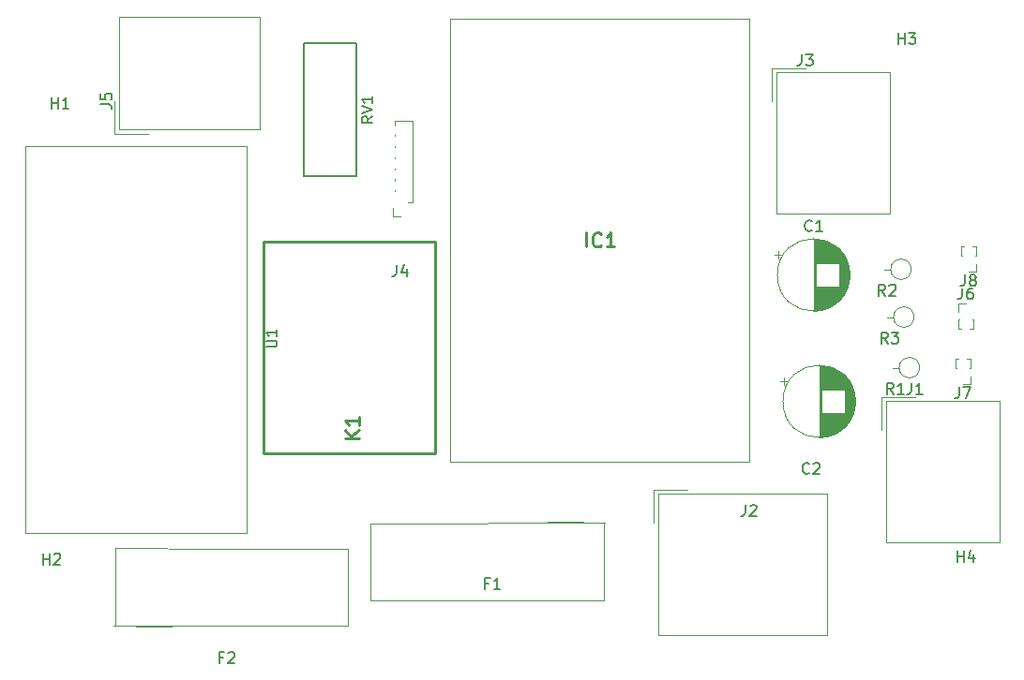
<source format=gbr>
%TF.GenerationSoftware,KiCad,Pcbnew,5.1.7-a382d34a8~88~ubuntu20.04.1*%
%TF.CreationDate,2020-12-27T18:37:31+01:00*%
%TF.ProjectId,PhotoPlug,50686f74-6f50-46c7-9567-2e6b69636164,rev?*%
%TF.SameCoordinates,Original*%
%TF.FileFunction,Legend,Top*%
%TF.FilePolarity,Positive*%
%FSLAX46Y46*%
G04 Gerber Fmt 4.6, Leading zero omitted, Abs format (unit mm)*
G04 Created by KiCad (PCBNEW 5.1.7-a382d34a8~88~ubuntu20.04.1) date 2020-12-27 18:37:31*
%MOMM*%
%LPD*%
G01*
G04 APERTURE LIST*
%ADD10C,0.120000*%
%ADD11C,0.150000*%
%ADD12C,0.254000*%
%ADD13C,0.100000*%
G04 APERTURE END LIST*
D10*
%TO.C,U1*%
X136238000Y-144500000D02*
X116238000Y-144500000D01*
X136238000Y-109500000D02*
X136238000Y-144500000D01*
X116238000Y-109500000D02*
X136238000Y-109500000D01*
X116238000Y-144500000D02*
X116238000Y-109500000D01*
%TO.C,J3*%
X184070000Y-102846000D02*
X184070000Y-115586000D01*
X184070000Y-115586000D02*
X194310000Y-115586000D01*
X194310000Y-102846000D02*
X194310000Y-115586000D01*
X184070000Y-102846000D02*
X194310000Y-102846000D01*
X184070000Y-102846000D02*
X184070000Y-115586000D01*
X184070000Y-115586000D02*
X194310000Y-115586000D01*
X194310000Y-102846000D02*
X194310000Y-115586000D01*
X184070000Y-102846000D02*
X194310000Y-102846000D01*
X183690000Y-102466000D02*
X186690000Y-102466000D01*
X183690000Y-105466000D02*
X183690000Y-102466000D01*
%TO.C,J4*%
X150114000Y-115872000D02*
X149429000Y-115872000D01*
X149429000Y-115872000D02*
X149429000Y-115062000D01*
X149594000Y-107616102D02*
X149594000Y-107252000D01*
X149594000Y-108616102D02*
X149594000Y-108507898D01*
X149594000Y-109616102D02*
X149594000Y-109507898D01*
X149594000Y-110616102D02*
X149594000Y-110507898D01*
X149594000Y-111616102D02*
X149594000Y-111507898D01*
X149594000Y-112616102D02*
X149594000Y-112507898D01*
X149594000Y-113616102D02*
X149594000Y-113507898D01*
X151214000Y-107252000D02*
X149594000Y-107252000D01*
X151214000Y-114562000D02*
X151214000Y-107252000D01*
X151214000Y-114562000D02*
X150799000Y-114562000D01*
D11*
%TO.C,RV1*%
X141373000Y-112232000D02*
X146173000Y-112232000D01*
X141373000Y-100232000D02*
X146173000Y-100232000D01*
X141373000Y-112232000D02*
X141373000Y-100232000D01*
X146173000Y-112232000D02*
X146173000Y-100232000D01*
D10*
%TO.C,R3*%
X194660000Y-124968000D02*
X194040000Y-124968000D01*
X196500000Y-124968000D02*
G75*
G03*
X196500000Y-124968000I-920000J0D01*
G01*
%TO.C,R2*%
X194406000Y-120650000D02*
X193786000Y-120650000D01*
X196246000Y-120650000D02*
G75*
G03*
X196246000Y-120650000I-920000J0D01*
G01*
%TO.C,R1*%
X195168000Y-129540000D02*
X194548000Y-129540000D01*
X197008000Y-129540000D02*
G75*
G03*
X197008000Y-129540000I-920000J0D01*
G01*
D12*
%TO.C,K1*%
X153292000Y-137290000D02*
X137792000Y-137290000D01*
X153292000Y-118190000D02*
X153292000Y-137290000D01*
X137792000Y-118190000D02*
X153292000Y-118190000D01*
X137792000Y-137290000D02*
X137792000Y-118190000D01*
D10*
%TO.C,J8*%
X202117000Y-120827000D02*
X201422000Y-120827000D01*
X202117000Y-120142000D02*
X202117000Y-120827000D01*
X200813724Y-119457000D02*
X200727000Y-119457000D01*
X202117000Y-119457000D02*
X202030276Y-119457000D01*
X200727000Y-119457000D02*
X200727000Y-118582000D01*
X202117000Y-119457000D02*
X202117000Y-118582000D01*
X201027507Y-118582000D02*
X200727000Y-118582000D01*
X202117000Y-118582000D02*
X201816493Y-118582000D01*
%TO.C,J7*%
X201609000Y-130987000D02*
X200914000Y-130987000D01*
X201609000Y-130302000D02*
X201609000Y-130987000D01*
X200305724Y-129617000D02*
X200219000Y-129617000D01*
X201609000Y-129617000D02*
X201522276Y-129617000D01*
X200219000Y-129617000D02*
X200219000Y-128742000D01*
X201609000Y-129617000D02*
X201609000Y-128742000D01*
X200519507Y-128742000D02*
X200219000Y-128742000D01*
X201609000Y-128742000D02*
X201308493Y-128742000D01*
%TO.C,J6*%
X200473000Y-123775000D02*
X201168000Y-123775000D01*
X200473000Y-124460000D02*
X200473000Y-123775000D01*
X201776276Y-125145000D02*
X201863000Y-125145000D01*
X200473000Y-125145000D02*
X200559724Y-125145000D01*
X201863000Y-125145000D02*
X201863000Y-126020000D01*
X200473000Y-125145000D02*
X200473000Y-126020000D01*
X201562493Y-126020000D02*
X201863000Y-126020000D01*
X200473000Y-126020000D02*
X200773507Y-126020000D01*
%TO.C,J5*%
X127310000Y-108410000D02*
X124310000Y-108410000D01*
X124310000Y-108410000D02*
X124310000Y-105410000D01*
X124690000Y-108030000D02*
X124690000Y-97790000D01*
X124690000Y-97790000D02*
X137430000Y-97790000D01*
X137430000Y-108030000D02*
X137430000Y-97790000D01*
X124690000Y-108030000D02*
X137430000Y-108030000D01*
X124690000Y-108030000D02*
X124690000Y-97790000D01*
X124690000Y-97790000D02*
X137430000Y-97790000D01*
X137430000Y-108030000D02*
X137430000Y-97790000D01*
X124690000Y-108030000D02*
X137430000Y-108030000D01*
%TO.C,J2*%
X173022000Y-143566000D02*
X173022000Y-140566000D01*
X173022000Y-140566000D02*
X176022000Y-140566000D01*
X173402000Y-140946000D02*
X188642000Y-140946000D01*
X188642000Y-140946000D02*
X188642000Y-153686000D01*
X173402000Y-153686000D02*
X188642000Y-153686000D01*
X173402000Y-140946000D02*
X173402000Y-153686000D01*
X173402000Y-140946000D02*
X188642000Y-140946000D01*
X188642000Y-140946000D02*
X188642000Y-153686000D01*
X173402000Y-153686000D02*
X188642000Y-153686000D01*
X173402000Y-140946000D02*
X173402000Y-153686000D01*
%TO.C,J1*%
X193596000Y-135184000D02*
X193596000Y-132184000D01*
X193596000Y-132184000D02*
X196596000Y-132184000D01*
X193976000Y-132564000D02*
X204216000Y-132564000D01*
X204216000Y-132564000D02*
X204216000Y-145304000D01*
X193976000Y-145304000D02*
X204216000Y-145304000D01*
X193976000Y-132564000D02*
X193976000Y-145304000D01*
X193976000Y-132564000D02*
X204216000Y-132564000D01*
X204216000Y-132564000D02*
X204216000Y-145304000D01*
X193976000Y-145304000D02*
X204216000Y-145304000D01*
X193976000Y-132564000D02*
X193976000Y-145304000D01*
D13*
%TO.C,IC1*%
X154648000Y-98036000D02*
X154648000Y-138036000D01*
X181648000Y-98036000D02*
X154648000Y-98036000D01*
X181648000Y-138036000D02*
X181648000Y-98036000D01*
X154648000Y-138036000D02*
X181648000Y-138036000D01*
D10*
%TO.C,F2*%
X145410000Y-152822000D02*
X145410000Y-145882000D01*
X145410000Y-145882000D02*
X129210000Y-145882000D01*
X124400000Y-145812000D02*
X124400000Y-152752000D01*
X124240000Y-152872000D02*
X145410000Y-152822000D01*
X125940000Y-145862000D02*
X124440000Y-145862000D01*
X125870000Y-145862000D02*
X129070000Y-145862000D01*
X129440000Y-152912000D02*
X126240000Y-152912000D01*
%TO.C,F1*%
X147452000Y-143596000D02*
X147452000Y-150536000D01*
X147452000Y-150536000D02*
X163652000Y-150536000D01*
X168462000Y-150606000D02*
X168462000Y-143666000D01*
X168622000Y-143546000D02*
X147452000Y-143596000D01*
X166922000Y-150556000D02*
X168422000Y-150556000D01*
X166992000Y-150556000D02*
X163792000Y-150556000D01*
X163422000Y-143506000D02*
X166622000Y-143506000D01*
%TO.C,C2*%
X184754759Y-130434000D02*
X184754759Y-131064000D01*
X184439759Y-130749000D02*
X185069759Y-130749000D01*
X191181000Y-132186000D02*
X191181000Y-132990000D01*
X191141000Y-131955000D02*
X191141000Y-133221000D01*
X191101000Y-131786000D02*
X191101000Y-133390000D01*
X191061000Y-131648000D02*
X191061000Y-133528000D01*
X191021000Y-131529000D02*
X191021000Y-133647000D01*
X190981000Y-131423000D02*
X190981000Y-133753000D01*
X190941000Y-131326000D02*
X190941000Y-133850000D01*
X190901000Y-131238000D02*
X190901000Y-133938000D01*
X190861000Y-131156000D02*
X190861000Y-134020000D01*
X190821000Y-131079000D02*
X190821000Y-134097000D01*
X190781000Y-131007000D02*
X190781000Y-134169000D01*
X190741000Y-130938000D02*
X190741000Y-134238000D01*
X190701000Y-130874000D02*
X190701000Y-134302000D01*
X190661000Y-130812000D02*
X190661000Y-134364000D01*
X190621000Y-130754000D02*
X190621000Y-134422000D01*
X190581000Y-130698000D02*
X190581000Y-134478000D01*
X190541000Y-130644000D02*
X190541000Y-134532000D01*
X190501000Y-130593000D02*
X190501000Y-134583000D01*
X190461000Y-130544000D02*
X190461000Y-134632000D01*
X190421000Y-130496000D02*
X190421000Y-134680000D01*
X190381000Y-130451000D02*
X190381000Y-134725000D01*
X190341000Y-130406000D02*
X190341000Y-134770000D01*
X190301000Y-130364000D02*
X190301000Y-134812000D01*
X190261000Y-130323000D02*
X190261000Y-134853000D01*
X190221000Y-133628000D02*
X190221000Y-134893000D01*
X190221000Y-130283000D02*
X190221000Y-131548000D01*
X190181000Y-133628000D02*
X190181000Y-134931000D01*
X190181000Y-130245000D02*
X190181000Y-131548000D01*
X190141000Y-133628000D02*
X190141000Y-134968000D01*
X190141000Y-130208000D02*
X190141000Y-131548000D01*
X190101000Y-133628000D02*
X190101000Y-135004000D01*
X190101000Y-130172000D02*
X190101000Y-131548000D01*
X190061000Y-133628000D02*
X190061000Y-135038000D01*
X190061000Y-130138000D02*
X190061000Y-131548000D01*
X190021000Y-133628000D02*
X190021000Y-135072000D01*
X190021000Y-130104000D02*
X190021000Y-131548000D01*
X189981000Y-133628000D02*
X189981000Y-135104000D01*
X189981000Y-130072000D02*
X189981000Y-131548000D01*
X189941000Y-133628000D02*
X189941000Y-135136000D01*
X189941000Y-130040000D02*
X189941000Y-131548000D01*
X189901000Y-133628000D02*
X189901000Y-135166000D01*
X189901000Y-130010000D02*
X189901000Y-131548000D01*
X189861000Y-133628000D02*
X189861000Y-135195000D01*
X189861000Y-129981000D02*
X189861000Y-131548000D01*
X189821000Y-133628000D02*
X189821000Y-135224000D01*
X189821000Y-129952000D02*
X189821000Y-131548000D01*
X189781000Y-133628000D02*
X189781000Y-135252000D01*
X189781000Y-129924000D02*
X189781000Y-131548000D01*
X189741000Y-133628000D02*
X189741000Y-135278000D01*
X189741000Y-129898000D02*
X189741000Y-131548000D01*
X189701000Y-133628000D02*
X189701000Y-135304000D01*
X189701000Y-129872000D02*
X189701000Y-131548000D01*
X189661000Y-133628000D02*
X189661000Y-135330000D01*
X189661000Y-129846000D02*
X189661000Y-131548000D01*
X189621000Y-133628000D02*
X189621000Y-135354000D01*
X189621000Y-129822000D02*
X189621000Y-131548000D01*
X189581000Y-133628000D02*
X189581000Y-135378000D01*
X189581000Y-129798000D02*
X189581000Y-131548000D01*
X189541000Y-133628000D02*
X189541000Y-135400000D01*
X189541000Y-129776000D02*
X189541000Y-131548000D01*
X189501000Y-133628000D02*
X189501000Y-135422000D01*
X189501000Y-129754000D02*
X189501000Y-131548000D01*
X189461000Y-133628000D02*
X189461000Y-135444000D01*
X189461000Y-129732000D02*
X189461000Y-131548000D01*
X189421000Y-133628000D02*
X189421000Y-135464000D01*
X189421000Y-129712000D02*
X189421000Y-131548000D01*
X189381000Y-133628000D02*
X189381000Y-135484000D01*
X189381000Y-129692000D02*
X189381000Y-131548000D01*
X189341000Y-133628000D02*
X189341000Y-135504000D01*
X189341000Y-129672000D02*
X189341000Y-131548000D01*
X189301000Y-133628000D02*
X189301000Y-135522000D01*
X189301000Y-129654000D02*
X189301000Y-131548000D01*
X189261000Y-133628000D02*
X189261000Y-135540000D01*
X189261000Y-129636000D02*
X189261000Y-131548000D01*
X189221000Y-133628000D02*
X189221000Y-135558000D01*
X189221000Y-129618000D02*
X189221000Y-131548000D01*
X189181000Y-133628000D02*
X189181000Y-135574000D01*
X189181000Y-129602000D02*
X189181000Y-131548000D01*
X189141000Y-133628000D02*
X189141000Y-135590000D01*
X189141000Y-129586000D02*
X189141000Y-131548000D01*
X189101000Y-133628000D02*
X189101000Y-135606000D01*
X189101000Y-129570000D02*
X189101000Y-131548000D01*
X189061000Y-133628000D02*
X189061000Y-135621000D01*
X189061000Y-129555000D02*
X189061000Y-131548000D01*
X189021000Y-133628000D02*
X189021000Y-135635000D01*
X189021000Y-129541000D02*
X189021000Y-131548000D01*
X188981000Y-133628000D02*
X188981000Y-135649000D01*
X188981000Y-129527000D02*
X188981000Y-131548000D01*
X188941000Y-133628000D02*
X188941000Y-135662000D01*
X188941000Y-129514000D02*
X188941000Y-131548000D01*
X188901000Y-133628000D02*
X188901000Y-135674000D01*
X188901000Y-129502000D02*
X188901000Y-131548000D01*
X188861000Y-133628000D02*
X188861000Y-135686000D01*
X188861000Y-129490000D02*
X188861000Y-131548000D01*
X188821000Y-133628000D02*
X188821000Y-135698000D01*
X188821000Y-129478000D02*
X188821000Y-131548000D01*
X188781000Y-133628000D02*
X188781000Y-135709000D01*
X188781000Y-129467000D02*
X188781000Y-131548000D01*
X188741000Y-133628000D02*
X188741000Y-135719000D01*
X188741000Y-129457000D02*
X188741000Y-131548000D01*
X188701000Y-133628000D02*
X188701000Y-135729000D01*
X188701000Y-129447000D02*
X188701000Y-131548000D01*
X188661000Y-133628000D02*
X188661000Y-135738000D01*
X188661000Y-129438000D02*
X188661000Y-131548000D01*
X188620000Y-133628000D02*
X188620000Y-135747000D01*
X188620000Y-129429000D02*
X188620000Y-131548000D01*
X188580000Y-133628000D02*
X188580000Y-135755000D01*
X188580000Y-129421000D02*
X188580000Y-131548000D01*
X188540000Y-133628000D02*
X188540000Y-135763000D01*
X188540000Y-129413000D02*
X188540000Y-131548000D01*
X188500000Y-133628000D02*
X188500000Y-135770000D01*
X188500000Y-129406000D02*
X188500000Y-131548000D01*
X188460000Y-133628000D02*
X188460000Y-135777000D01*
X188460000Y-129399000D02*
X188460000Y-131548000D01*
X188420000Y-133628000D02*
X188420000Y-135783000D01*
X188420000Y-129393000D02*
X188420000Y-131548000D01*
X188380000Y-133628000D02*
X188380000Y-135789000D01*
X188380000Y-129387000D02*
X188380000Y-131548000D01*
X188340000Y-133628000D02*
X188340000Y-135794000D01*
X188340000Y-129382000D02*
X188340000Y-131548000D01*
X188300000Y-133628000D02*
X188300000Y-135799000D01*
X188300000Y-129377000D02*
X188300000Y-131548000D01*
X188260000Y-133628000D02*
X188260000Y-135803000D01*
X188260000Y-129373000D02*
X188260000Y-131548000D01*
X188220000Y-133628000D02*
X188220000Y-135806000D01*
X188220000Y-129370000D02*
X188220000Y-131548000D01*
X188180000Y-133628000D02*
X188180000Y-135810000D01*
X188180000Y-129366000D02*
X188180000Y-131548000D01*
X188140000Y-129364000D02*
X188140000Y-135812000D01*
X188100000Y-129361000D02*
X188100000Y-135815000D01*
X188060000Y-129360000D02*
X188060000Y-135816000D01*
X188020000Y-129358000D02*
X188020000Y-135818000D01*
X187980000Y-129358000D02*
X187980000Y-135818000D01*
X187940000Y-129358000D02*
X187940000Y-135818000D01*
X191210000Y-132588000D02*
G75*
G03*
X191210000Y-132588000I-3270000J0D01*
G01*
%TO.C,C1*%
X184246759Y-119004000D02*
X184246759Y-119634000D01*
X183931759Y-119319000D02*
X184561759Y-119319000D01*
X190673000Y-120756000D02*
X190673000Y-121560000D01*
X190633000Y-120525000D02*
X190633000Y-121791000D01*
X190593000Y-120356000D02*
X190593000Y-121960000D01*
X190553000Y-120218000D02*
X190553000Y-122098000D01*
X190513000Y-120099000D02*
X190513000Y-122217000D01*
X190473000Y-119993000D02*
X190473000Y-122323000D01*
X190433000Y-119896000D02*
X190433000Y-122420000D01*
X190393000Y-119808000D02*
X190393000Y-122508000D01*
X190353000Y-119726000D02*
X190353000Y-122590000D01*
X190313000Y-119649000D02*
X190313000Y-122667000D01*
X190273000Y-119577000D02*
X190273000Y-122739000D01*
X190233000Y-119508000D02*
X190233000Y-122808000D01*
X190193000Y-119444000D02*
X190193000Y-122872000D01*
X190153000Y-119382000D02*
X190153000Y-122934000D01*
X190113000Y-119324000D02*
X190113000Y-122992000D01*
X190073000Y-119268000D02*
X190073000Y-123048000D01*
X190033000Y-119214000D02*
X190033000Y-123102000D01*
X189993000Y-119163000D02*
X189993000Y-123153000D01*
X189953000Y-119114000D02*
X189953000Y-123202000D01*
X189913000Y-119066000D02*
X189913000Y-123250000D01*
X189873000Y-119021000D02*
X189873000Y-123295000D01*
X189833000Y-118976000D02*
X189833000Y-123340000D01*
X189793000Y-118934000D02*
X189793000Y-123382000D01*
X189753000Y-118893000D02*
X189753000Y-123423000D01*
X189713000Y-122198000D02*
X189713000Y-123463000D01*
X189713000Y-118853000D02*
X189713000Y-120118000D01*
X189673000Y-122198000D02*
X189673000Y-123501000D01*
X189673000Y-118815000D02*
X189673000Y-120118000D01*
X189633000Y-122198000D02*
X189633000Y-123538000D01*
X189633000Y-118778000D02*
X189633000Y-120118000D01*
X189593000Y-122198000D02*
X189593000Y-123574000D01*
X189593000Y-118742000D02*
X189593000Y-120118000D01*
X189553000Y-122198000D02*
X189553000Y-123608000D01*
X189553000Y-118708000D02*
X189553000Y-120118000D01*
X189513000Y-122198000D02*
X189513000Y-123642000D01*
X189513000Y-118674000D02*
X189513000Y-120118000D01*
X189473000Y-122198000D02*
X189473000Y-123674000D01*
X189473000Y-118642000D02*
X189473000Y-120118000D01*
X189433000Y-122198000D02*
X189433000Y-123706000D01*
X189433000Y-118610000D02*
X189433000Y-120118000D01*
X189393000Y-122198000D02*
X189393000Y-123736000D01*
X189393000Y-118580000D02*
X189393000Y-120118000D01*
X189353000Y-122198000D02*
X189353000Y-123765000D01*
X189353000Y-118551000D02*
X189353000Y-120118000D01*
X189313000Y-122198000D02*
X189313000Y-123794000D01*
X189313000Y-118522000D02*
X189313000Y-120118000D01*
X189273000Y-122198000D02*
X189273000Y-123822000D01*
X189273000Y-118494000D02*
X189273000Y-120118000D01*
X189233000Y-122198000D02*
X189233000Y-123848000D01*
X189233000Y-118468000D02*
X189233000Y-120118000D01*
X189193000Y-122198000D02*
X189193000Y-123874000D01*
X189193000Y-118442000D02*
X189193000Y-120118000D01*
X189153000Y-122198000D02*
X189153000Y-123900000D01*
X189153000Y-118416000D02*
X189153000Y-120118000D01*
X189113000Y-122198000D02*
X189113000Y-123924000D01*
X189113000Y-118392000D02*
X189113000Y-120118000D01*
X189073000Y-122198000D02*
X189073000Y-123948000D01*
X189073000Y-118368000D02*
X189073000Y-120118000D01*
X189033000Y-122198000D02*
X189033000Y-123970000D01*
X189033000Y-118346000D02*
X189033000Y-120118000D01*
X188993000Y-122198000D02*
X188993000Y-123992000D01*
X188993000Y-118324000D02*
X188993000Y-120118000D01*
X188953000Y-122198000D02*
X188953000Y-124014000D01*
X188953000Y-118302000D02*
X188953000Y-120118000D01*
X188913000Y-122198000D02*
X188913000Y-124034000D01*
X188913000Y-118282000D02*
X188913000Y-120118000D01*
X188873000Y-122198000D02*
X188873000Y-124054000D01*
X188873000Y-118262000D02*
X188873000Y-120118000D01*
X188833000Y-122198000D02*
X188833000Y-124074000D01*
X188833000Y-118242000D02*
X188833000Y-120118000D01*
X188793000Y-122198000D02*
X188793000Y-124092000D01*
X188793000Y-118224000D02*
X188793000Y-120118000D01*
X188753000Y-122198000D02*
X188753000Y-124110000D01*
X188753000Y-118206000D02*
X188753000Y-120118000D01*
X188713000Y-122198000D02*
X188713000Y-124128000D01*
X188713000Y-118188000D02*
X188713000Y-120118000D01*
X188673000Y-122198000D02*
X188673000Y-124144000D01*
X188673000Y-118172000D02*
X188673000Y-120118000D01*
X188633000Y-122198000D02*
X188633000Y-124160000D01*
X188633000Y-118156000D02*
X188633000Y-120118000D01*
X188593000Y-122198000D02*
X188593000Y-124176000D01*
X188593000Y-118140000D02*
X188593000Y-120118000D01*
X188553000Y-122198000D02*
X188553000Y-124191000D01*
X188553000Y-118125000D02*
X188553000Y-120118000D01*
X188513000Y-122198000D02*
X188513000Y-124205000D01*
X188513000Y-118111000D02*
X188513000Y-120118000D01*
X188473000Y-122198000D02*
X188473000Y-124219000D01*
X188473000Y-118097000D02*
X188473000Y-120118000D01*
X188433000Y-122198000D02*
X188433000Y-124232000D01*
X188433000Y-118084000D02*
X188433000Y-120118000D01*
X188393000Y-122198000D02*
X188393000Y-124244000D01*
X188393000Y-118072000D02*
X188393000Y-120118000D01*
X188353000Y-122198000D02*
X188353000Y-124256000D01*
X188353000Y-118060000D02*
X188353000Y-120118000D01*
X188313000Y-122198000D02*
X188313000Y-124268000D01*
X188313000Y-118048000D02*
X188313000Y-120118000D01*
X188273000Y-122198000D02*
X188273000Y-124279000D01*
X188273000Y-118037000D02*
X188273000Y-120118000D01*
X188233000Y-122198000D02*
X188233000Y-124289000D01*
X188233000Y-118027000D02*
X188233000Y-120118000D01*
X188193000Y-122198000D02*
X188193000Y-124299000D01*
X188193000Y-118017000D02*
X188193000Y-120118000D01*
X188153000Y-122198000D02*
X188153000Y-124308000D01*
X188153000Y-118008000D02*
X188153000Y-120118000D01*
X188112000Y-122198000D02*
X188112000Y-124317000D01*
X188112000Y-117999000D02*
X188112000Y-120118000D01*
X188072000Y-122198000D02*
X188072000Y-124325000D01*
X188072000Y-117991000D02*
X188072000Y-120118000D01*
X188032000Y-122198000D02*
X188032000Y-124333000D01*
X188032000Y-117983000D02*
X188032000Y-120118000D01*
X187992000Y-122198000D02*
X187992000Y-124340000D01*
X187992000Y-117976000D02*
X187992000Y-120118000D01*
X187952000Y-122198000D02*
X187952000Y-124347000D01*
X187952000Y-117969000D02*
X187952000Y-120118000D01*
X187912000Y-122198000D02*
X187912000Y-124353000D01*
X187912000Y-117963000D02*
X187912000Y-120118000D01*
X187872000Y-122198000D02*
X187872000Y-124359000D01*
X187872000Y-117957000D02*
X187872000Y-120118000D01*
X187832000Y-122198000D02*
X187832000Y-124364000D01*
X187832000Y-117952000D02*
X187832000Y-120118000D01*
X187792000Y-122198000D02*
X187792000Y-124369000D01*
X187792000Y-117947000D02*
X187792000Y-120118000D01*
X187752000Y-122198000D02*
X187752000Y-124373000D01*
X187752000Y-117943000D02*
X187752000Y-120118000D01*
X187712000Y-122198000D02*
X187712000Y-124376000D01*
X187712000Y-117940000D02*
X187712000Y-120118000D01*
X187672000Y-122198000D02*
X187672000Y-124380000D01*
X187672000Y-117936000D02*
X187672000Y-120118000D01*
X187632000Y-117934000D02*
X187632000Y-124382000D01*
X187592000Y-117931000D02*
X187592000Y-124385000D01*
X187552000Y-117930000D02*
X187552000Y-124386000D01*
X187512000Y-117928000D02*
X187512000Y-124388000D01*
X187472000Y-117928000D02*
X187472000Y-124388000D01*
X187432000Y-117928000D02*
X187432000Y-124388000D01*
X190702000Y-121158000D02*
G75*
G03*
X190702000Y-121158000I-3270000J0D01*
G01*
%TO.C,U1*%
D11*
X137980380Y-127671904D02*
X138789904Y-127671904D01*
X138885142Y-127624285D01*
X138932761Y-127576666D01*
X138980380Y-127481428D01*
X138980380Y-127290952D01*
X138932761Y-127195714D01*
X138885142Y-127148095D01*
X138789904Y-127100476D01*
X137980380Y-127100476D01*
X138980380Y-126100476D02*
X138980380Y-126671904D01*
X138980380Y-126386190D02*
X137980380Y-126386190D01*
X138123238Y-126481428D01*
X138218476Y-126576666D01*
X138266095Y-126671904D01*
%TO.C,J3*%
X186356666Y-101218380D02*
X186356666Y-101932666D01*
X186309047Y-102075523D01*
X186213809Y-102170761D01*
X186070952Y-102218380D01*
X185975714Y-102218380D01*
X186737619Y-101218380D02*
X187356666Y-101218380D01*
X187023333Y-101599333D01*
X187166190Y-101599333D01*
X187261428Y-101646952D01*
X187309047Y-101694571D01*
X187356666Y-101789809D01*
X187356666Y-102027904D01*
X187309047Y-102123142D01*
X187261428Y-102170761D01*
X187166190Y-102218380D01*
X186880476Y-102218380D01*
X186785238Y-102170761D01*
X186737619Y-102123142D01*
%TO.C,J4*%
X149780666Y-120264380D02*
X149780666Y-120978666D01*
X149733047Y-121121523D01*
X149637809Y-121216761D01*
X149494952Y-121264380D01*
X149399714Y-121264380D01*
X150685428Y-120597714D02*
X150685428Y-121264380D01*
X150447333Y-120216761D02*
X150209238Y-120931047D01*
X150828285Y-120931047D01*
%TO.C,H4*%
X200406095Y-147082380D02*
X200406095Y-146082380D01*
X200406095Y-146558571D02*
X200977523Y-146558571D01*
X200977523Y-147082380D02*
X200977523Y-146082380D01*
X201882285Y-146415714D02*
X201882285Y-147082380D01*
X201644190Y-146034761D02*
X201406095Y-146749047D01*
X202025142Y-146749047D01*
%TO.C,H3*%
X195072095Y-100274380D02*
X195072095Y-99274380D01*
X195072095Y-99750571D02*
X195643523Y-99750571D01*
X195643523Y-100274380D02*
X195643523Y-99274380D01*
X196024476Y-99274380D02*
X196643523Y-99274380D01*
X196310190Y-99655333D01*
X196453047Y-99655333D01*
X196548285Y-99702952D01*
X196595904Y-99750571D01*
X196643523Y-99845809D01*
X196643523Y-100083904D01*
X196595904Y-100179142D01*
X196548285Y-100226761D01*
X196453047Y-100274380D01*
X196167333Y-100274380D01*
X196072095Y-100226761D01*
X196024476Y-100179142D01*
%TO.C,H2*%
X117856095Y-147336380D02*
X117856095Y-146336380D01*
X117856095Y-146812571D02*
X118427523Y-146812571D01*
X118427523Y-147336380D02*
X118427523Y-146336380D01*
X118856095Y-146431619D02*
X118903714Y-146384000D01*
X118998952Y-146336380D01*
X119237047Y-146336380D01*
X119332285Y-146384000D01*
X119379904Y-146431619D01*
X119427523Y-146526857D01*
X119427523Y-146622095D01*
X119379904Y-146764952D01*
X118808476Y-147336380D01*
X119427523Y-147336380D01*
%TO.C,H1*%
X118618095Y-106116380D02*
X118618095Y-105116380D01*
X118618095Y-105592571D02*
X119189523Y-105592571D01*
X119189523Y-106116380D02*
X119189523Y-105116380D01*
X120189523Y-106116380D02*
X119618095Y-106116380D01*
X119903809Y-106116380D02*
X119903809Y-105116380D01*
X119808571Y-105259238D01*
X119713333Y-105354476D01*
X119618095Y-105402095D01*
%TO.C,RV1*%
X147625380Y-106827238D02*
X147149190Y-107160571D01*
X147625380Y-107398666D02*
X146625380Y-107398666D01*
X146625380Y-107017714D01*
X146673000Y-106922476D01*
X146720619Y-106874857D01*
X146815857Y-106827238D01*
X146958714Y-106827238D01*
X147053952Y-106874857D01*
X147101571Y-106922476D01*
X147149190Y-107017714D01*
X147149190Y-107398666D01*
X146625380Y-106541523D02*
X147625380Y-106208190D01*
X146625380Y-105874857D01*
X147625380Y-105017714D02*
X147625380Y-105589142D01*
X147625380Y-105303428D02*
X146625380Y-105303428D01*
X146768238Y-105398666D01*
X146863476Y-105493904D01*
X146911095Y-105589142D01*
%TO.C,R3*%
X194143333Y-127340380D02*
X193810000Y-126864190D01*
X193571904Y-127340380D02*
X193571904Y-126340380D01*
X193952857Y-126340380D01*
X194048095Y-126388000D01*
X194095714Y-126435619D01*
X194143333Y-126530857D01*
X194143333Y-126673714D01*
X194095714Y-126768952D01*
X194048095Y-126816571D01*
X193952857Y-126864190D01*
X193571904Y-126864190D01*
X194476666Y-126340380D02*
X195095714Y-126340380D01*
X194762380Y-126721333D01*
X194905238Y-126721333D01*
X195000476Y-126768952D01*
X195048095Y-126816571D01*
X195095714Y-126911809D01*
X195095714Y-127149904D01*
X195048095Y-127245142D01*
X195000476Y-127292761D01*
X194905238Y-127340380D01*
X194619523Y-127340380D01*
X194524285Y-127292761D01*
X194476666Y-127245142D01*
%TO.C,R2*%
X193889333Y-123022380D02*
X193556000Y-122546190D01*
X193317904Y-123022380D02*
X193317904Y-122022380D01*
X193698857Y-122022380D01*
X193794095Y-122070000D01*
X193841714Y-122117619D01*
X193889333Y-122212857D01*
X193889333Y-122355714D01*
X193841714Y-122450952D01*
X193794095Y-122498571D01*
X193698857Y-122546190D01*
X193317904Y-122546190D01*
X194270285Y-122117619D02*
X194317904Y-122070000D01*
X194413142Y-122022380D01*
X194651238Y-122022380D01*
X194746476Y-122070000D01*
X194794095Y-122117619D01*
X194841714Y-122212857D01*
X194841714Y-122308095D01*
X194794095Y-122450952D01*
X194222666Y-123022380D01*
X194841714Y-123022380D01*
%TO.C,R1*%
X194651333Y-131912380D02*
X194318000Y-131436190D01*
X194079904Y-131912380D02*
X194079904Y-130912380D01*
X194460857Y-130912380D01*
X194556095Y-130960000D01*
X194603714Y-131007619D01*
X194651333Y-131102857D01*
X194651333Y-131245714D01*
X194603714Y-131340952D01*
X194556095Y-131388571D01*
X194460857Y-131436190D01*
X194079904Y-131436190D01*
X195603714Y-131912380D02*
X195032285Y-131912380D01*
X195318000Y-131912380D02*
X195318000Y-130912380D01*
X195222761Y-131055238D01*
X195127523Y-131150476D01*
X195032285Y-131198095D01*
%TO.C,K1*%
D12*
X146363523Y-135923380D02*
X145093523Y-135923380D01*
X146363523Y-135197666D02*
X145637809Y-135741952D01*
X145093523Y-135197666D02*
X145819238Y-135923380D01*
X146363523Y-133988142D02*
X146363523Y-134713857D01*
X146363523Y-134351000D02*
X145093523Y-134351000D01*
X145274952Y-134471952D01*
X145395904Y-134592904D01*
X145456380Y-134713857D01*
%TO.C,J8*%
D11*
X201088666Y-121154380D02*
X201088666Y-121868666D01*
X201041047Y-122011523D01*
X200945809Y-122106761D01*
X200802952Y-122154380D01*
X200707714Y-122154380D01*
X201707714Y-121582952D02*
X201612476Y-121535333D01*
X201564857Y-121487714D01*
X201517238Y-121392476D01*
X201517238Y-121344857D01*
X201564857Y-121249619D01*
X201612476Y-121202000D01*
X201707714Y-121154380D01*
X201898190Y-121154380D01*
X201993428Y-121202000D01*
X202041047Y-121249619D01*
X202088666Y-121344857D01*
X202088666Y-121392476D01*
X202041047Y-121487714D01*
X201993428Y-121535333D01*
X201898190Y-121582952D01*
X201707714Y-121582952D01*
X201612476Y-121630571D01*
X201564857Y-121678190D01*
X201517238Y-121773428D01*
X201517238Y-121963904D01*
X201564857Y-122059142D01*
X201612476Y-122106761D01*
X201707714Y-122154380D01*
X201898190Y-122154380D01*
X201993428Y-122106761D01*
X202041047Y-122059142D01*
X202088666Y-121963904D01*
X202088666Y-121773428D01*
X202041047Y-121678190D01*
X201993428Y-121630571D01*
X201898190Y-121582952D01*
%TO.C,J7*%
X200580666Y-131314380D02*
X200580666Y-132028666D01*
X200533047Y-132171523D01*
X200437809Y-132266761D01*
X200294952Y-132314380D01*
X200199714Y-132314380D01*
X200961619Y-131314380D02*
X201628285Y-131314380D01*
X201199714Y-132314380D01*
%TO.C,J6*%
X200834666Y-122352380D02*
X200834666Y-123066666D01*
X200787047Y-123209523D01*
X200691809Y-123304761D01*
X200548952Y-123352380D01*
X200453714Y-123352380D01*
X201739428Y-122352380D02*
X201548952Y-122352380D01*
X201453714Y-122400000D01*
X201406095Y-122447619D01*
X201310857Y-122590476D01*
X201263238Y-122780952D01*
X201263238Y-123161904D01*
X201310857Y-123257142D01*
X201358476Y-123304761D01*
X201453714Y-123352380D01*
X201644190Y-123352380D01*
X201739428Y-123304761D01*
X201787047Y-123257142D01*
X201834666Y-123161904D01*
X201834666Y-122923809D01*
X201787047Y-122828571D01*
X201739428Y-122780952D01*
X201644190Y-122733333D01*
X201453714Y-122733333D01*
X201358476Y-122780952D01*
X201310857Y-122828571D01*
X201263238Y-122923809D01*
%TO.C,J5*%
X123062380Y-105743333D02*
X123776666Y-105743333D01*
X123919523Y-105790952D01*
X124014761Y-105886190D01*
X124062380Y-106029047D01*
X124062380Y-106124285D01*
X123062380Y-104790952D02*
X123062380Y-105267142D01*
X123538571Y-105314761D01*
X123490952Y-105267142D01*
X123443333Y-105171904D01*
X123443333Y-104933809D01*
X123490952Y-104838571D01*
X123538571Y-104790952D01*
X123633809Y-104743333D01*
X123871904Y-104743333D01*
X123967142Y-104790952D01*
X124014761Y-104838571D01*
X124062380Y-104933809D01*
X124062380Y-105171904D01*
X124014761Y-105267142D01*
X123967142Y-105314761D01*
%TO.C,J2*%
X181276666Y-141946380D02*
X181276666Y-142660666D01*
X181229047Y-142803523D01*
X181133809Y-142898761D01*
X180990952Y-142946380D01*
X180895714Y-142946380D01*
X181705238Y-142041619D02*
X181752857Y-141994000D01*
X181848095Y-141946380D01*
X182086190Y-141946380D01*
X182181428Y-141994000D01*
X182229047Y-142041619D01*
X182276666Y-142136857D01*
X182276666Y-142232095D01*
X182229047Y-142374952D01*
X181657619Y-142946380D01*
X182276666Y-142946380D01*
%TO.C,J1*%
X196262666Y-130936380D02*
X196262666Y-131650666D01*
X196215047Y-131793523D01*
X196119809Y-131888761D01*
X195976952Y-131936380D01*
X195881714Y-131936380D01*
X197262666Y-131936380D02*
X196691238Y-131936380D01*
X196976952Y-131936380D02*
X196976952Y-130936380D01*
X196881714Y-131079238D01*
X196786476Y-131174476D01*
X196691238Y-131222095D01*
%TO.C,IC1*%
D12*
X166908238Y-118610523D02*
X166908238Y-117340523D01*
X168238714Y-118489571D02*
X168178238Y-118550047D01*
X167996809Y-118610523D01*
X167875857Y-118610523D01*
X167694428Y-118550047D01*
X167573476Y-118429095D01*
X167513000Y-118308142D01*
X167452523Y-118066238D01*
X167452523Y-117884809D01*
X167513000Y-117642904D01*
X167573476Y-117521952D01*
X167694428Y-117401000D01*
X167875857Y-117340523D01*
X167996809Y-117340523D01*
X168178238Y-117401000D01*
X168238714Y-117461476D01*
X169448238Y-118610523D02*
X168722523Y-118610523D01*
X169085380Y-118610523D02*
X169085380Y-117340523D01*
X168964428Y-117521952D01*
X168843476Y-117642904D01*
X168722523Y-117703380D01*
%TO.C,F2*%
D11*
X134106666Y-155710571D02*
X133773333Y-155710571D01*
X133773333Y-156234380D02*
X133773333Y-155234380D01*
X134249523Y-155234380D01*
X134582857Y-155329619D02*
X134630476Y-155282000D01*
X134725714Y-155234380D01*
X134963809Y-155234380D01*
X135059047Y-155282000D01*
X135106666Y-155329619D01*
X135154285Y-155424857D01*
X135154285Y-155520095D01*
X135106666Y-155662952D01*
X134535238Y-156234380D01*
X135154285Y-156234380D01*
%TO.C,F1*%
X158088666Y-149026571D02*
X157755333Y-149026571D01*
X157755333Y-149550380D02*
X157755333Y-148550380D01*
X158231523Y-148550380D01*
X159136285Y-149550380D02*
X158564857Y-149550380D01*
X158850571Y-149550380D02*
X158850571Y-148550380D01*
X158755333Y-148693238D01*
X158660095Y-148788476D01*
X158564857Y-148836095D01*
%TO.C,C2*%
X187031333Y-139041142D02*
X186983714Y-139088761D01*
X186840857Y-139136380D01*
X186745619Y-139136380D01*
X186602761Y-139088761D01*
X186507523Y-138993523D01*
X186459904Y-138898285D01*
X186412285Y-138707809D01*
X186412285Y-138564952D01*
X186459904Y-138374476D01*
X186507523Y-138279238D01*
X186602761Y-138184000D01*
X186745619Y-138136380D01*
X186840857Y-138136380D01*
X186983714Y-138184000D01*
X187031333Y-138231619D01*
X187412285Y-138231619D02*
X187459904Y-138184000D01*
X187555142Y-138136380D01*
X187793238Y-138136380D01*
X187888476Y-138184000D01*
X187936095Y-138231619D01*
X187983714Y-138326857D01*
X187983714Y-138422095D01*
X187936095Y-138564952D01*
X187364666Y-139136380D01*
X187983714Y-139136380D01*
%TO.C,C1*%
X187265333Y-117115142D02*
X187217714Y-117162761D01*
X187074857Y-117210380D01*
X186979619Y-117210380D01*
X186836761Y-117162761D01*
X186741523Y-117067523D01*
X186693904Y-116972285D01*
X186646285Y-116781809D01*
X186646285Y-116638952D01*
X186693904Y-116448476D01*
X186741523Y-116353238D01*
X186836761Y-116258000D01*
X186979619Y-116210380D01*
X187074857Y-116210380D01*
X187217714Y-116258000D01*
X187265333Y-116305619D01*
X188217714Y-117210380D02*
X187646285Y-117210380D01*
X187932000Y-117210380D02*
X187932000Y-116210380D01*
X187836761Y-116353238D01*
X187741523Y-116448476D01*
X187646285Y-116496095D01*
%TD*%
M02*

</source>
